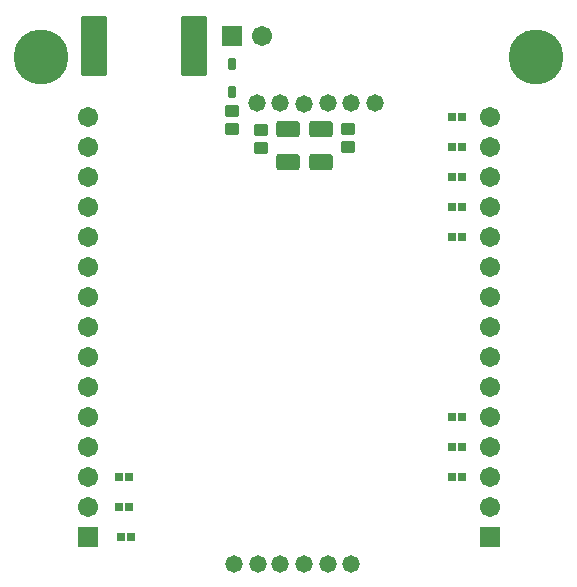
<source format=gts>
%FSLAX25Y25*%
%MOIN*%
G70*
G01*
G75*
G04 Layer_Color=8388736*
%ADD10C,0.03937*%
G04:AMPARAMS|DCode=11|XSize=19.69mil|YSize=31.5mil|CornerRadius=0.98mil|HoleSize=0mil|Usage=FLASHONLY|Rotation=180.000|XOffset=0mil|YOffset=0mil|HoleType=Round|Shape=RoundedRectangle|*
%AMROUNDEDRECTD11*
21,1,0.01969,0.02953,0,0,180.0*
21,1,0.01772,0.03150,0,0,180.0*
1,1,0.00197,-0.00886,0.01476*
1,1,0.00197,0.00886,0.01476*
1,1,0.00197,0.00886,-0.01476*
1,1,0.00197,-0.00886,-0.01476*
%
%ADD11ROUNDEDRECTD11*%
G04:AMPARAMS|DCode=12|XSize=35.43mil|YSize=39.37mil|CornerRadius=1.77mil|HoleSize=0mil|Usage=FLASHONLY|Rotation=270.000|XOffset=0mil|YOffset=0mil|HoleType=Round|Shape=RoundedRectangle|*
%AMROUNDEDRECTD12*
21,1,0.03543,0.03583,0,0,270.0*
21,1,0.03189,0.03937,0,0,270.0*
1,1,0.00354,-0.01791,-0.01595*
1,1,0.00354,-0.01791,0.01595*
1,1,0.00354,0.01791,0.01595*
1,1,0.00354,0.01791,-0.01595*
%
%ADD12ROUNDEDRECTD12*%
G04:AMPARAMS|DCode=13|XSize=19.69mil|YSize=23.62mil|CornerRadius=0.98mil|HoleSize=0mil|Usage=FLASHONLY|Rotation=0.000|XOffset=0mil|YOffset=0mil|HoleType=Round|Shape=RoundedRectangle|*
%AMROUNDEDRECTD13*
21,1,0.01969,0.02165,0,0,0.0*
21,1,0.01772,0.02362,0,0,0.0*
1,1,0.00197,0.00886,-0.01083*
1,1,0.00197,-0.00886,-0.01083*
1,1,0.00197,-0.00886,0.01083*
1,1,0.00197,0.00886,0.01083*
%
%ADD13ROUNDEDRECTD13*%
G04:AMPARAMS|DCode=14|XSize=47.24mil|YSize=70.87mil|CornerRadius=4.72mil|HoleSize=0mil|Usage=FLASHONLY|Rotation=270.000|XOffset=0mil|YOffset=0mil|HoleType=Round|Shape=RoundedRectangle|*
%AMROUNDEDRECTD14*
21,1,0.04724,0.06142,0,0,270.0*
21,1,0.03780,0.07087,0,0,270.0*
1,1,0.00945,-0.03071,-0.01890*
1,1,0.00945,-0.03071,0.01890*
1,1,0.00945,0.03071,0.01890*
1,1,0.00945,0.03071,-0.01890*
%
%ADD14ROUNDEDRECTD14*%
G04:AMPARAMS|DCode=15|XSize=196.85mil|YSize=78.74mil|CornerRadius=3.94mil|HoleSize=0mil|Usage=FLASHONLY|Rotation=270.000|XOffset=0mil|YOffset=0mil|HoleType=Round|Shape=RoundedRectangle|*
%AMROUNDEDRECTD15*
21,1,0.19685,0.07087,0,0,270.0*
21,1,0.18898,0.07874,0,0,270.0*
1,1,0.00787,-0.03543,-0.09449*
1,1,0.00787,-0.03543,0.09449*
1,1,0.00787,0.03543,0.09449*
1,1,0.00787,0.03543,-0.09449*
%
%ADD15ROUNDEDRECTD15*%
%ADD16C,0.01969*%
%ADD17R,0.05906X0.05906*%
%ADD18C,0.05906*%
%ADD19R,0.05906X0.05906*%
%ADD20C,0.17500*%
%ADD21C,0.05000*%
G04:AMPARAMS|DCode=22|XSize=196.85mil|YSize=39.37mil|CornerRadius=1.97mil|HoleSize=0mil|Usage=FLASHONLY|Rotation=270.000|XOffset=0mil|YOffset=0mil|HoleType=Round|Shape=RoundedRectangle|*
%AMROUNDEDRECTD22*
21,1,0.19685,0.03543,0,0,270.0*
21,1,0.19291,0.03937,0,0,270.0*
1,1,0.00394,-0.01772,-0.09646*
1,1,0.00394,-0.01772,0.09646*
1,1,0.00394,0.01772,0.09646*
1,1,0.00394,0.01772,-0.09646*
%
%ADD22ROUNDEDRECTD22*%
G04:AMPARAMS|DCode=23|XSize=118.11mil|YSize=59.06mil|CornerRadius=2.95mil|HoleSize=0mil|Usage=FLASHONLY|Rotation=270.000|XOffset=0mil|YOffset=0mil|HoleType=Round|Shape=RoundedRectangle|*
%AMROUNDEDRECTD23*
21,1,0.11811,0.05315,0,0,270.0*
21,1,0.11221,0.05906,0,0,270.0*
1,1,0.00591,-0.02658,-0.05610*
1,1,0.00591,-0.02658,0.05610*
1,1,0.00591,0.02658,0.05610*
1,1,0.00591,0.02658,-0.05610*
%
%ADD23ROUNDEDRECTD23*%
%ADD24C,0.01575*%
%ADD25C,0.00787*%
%ADD26C,0.00394*%
%ADD27C,0.00492*%
%ADD28C,0.00100*%
%ADD29C,0.01000*%
G04:AMPARAMS|DCode=30|XSize=27.56mil|YSize=39.37mil|CornerRadius=4.92mil|HoleSize=0mil|Usage=FLASHONLY|Rotation=180.000|XOffset=0mil|YOffset=0mil|HoleType=Round|Shape=RoundedRectangle|*
%AMROUNDEDRECTD30*
21,1,0.02756,0.02953,0,0,180.0*
21,1,0.01772,0.03937,0,0,180.0*
1,1,0.00984,-0.00886,0.01476*
1,1,0.00984,0.00886,0.01476*
1,1,0.00984,0.00886,-0.01476*
1,1,0.00984,-0.00886,-0.01476*
%
%ADD30ROUNDEDRECTD30*%
G04:AMPARAMS|DCode=31|XSize=41.34mil|YSize=45.28mil|CornerRadius=4.72mil|HoleSize=0mil|Usage=FLASHONLY|Rotation=270.000|XOffset=0mil|YOffset=0mil|HoleType=Round|Shape=RoundedRectangle|*
%AMROUNDEDRECTD31*
21,1,0.04134,0.03583,0,0,270.0*
21,1,0.03189,0.04528,0,0,270.0*
1,1,0.00945,-0.01791,-0.01595*
1,1,0.00945,-0.01791,0.01595*
1,1,0.00945,0.01791,0.01595*
1,1,0.00945,0.01791,-0.01595*
%
%ADD31ROUNDEDRECTD31*%
G04:AMPARAMS|DCode=32|XSize=25.59mil|YSize=29.53mil|CornerRadius=3.94mil|HoleSize=0mil|Usage=FLASHONLY|Rotation=0.000|XOffset=0mil|YOffset=0mil|HoleType=Round|Shape=RoundedRectangle|*
%AMROUNDEDRECTD32*
21,1,0.02559,0.02165,0,0,0.0*
21,1,0.01772,0.02953,0,0,0.0*
1,1,0.00787,0.00886,-0.01083*
1,1,0.00787,-0.00886,-0.01083*
1,1,0.00787,-0.00886,0.01083*
1,1,0.00787,0.00886,0.01083*
%
%ADD32ROUNDEDRECTD32*%
G04:AMPARAMS|DCode=33|XSize=53.15mil|YSize=76.77mil|CornerRadius=7.68mil|HoleSize=0mil|Usage=FLASHONLY|Rotation=270.000|XOffset=0mil|YOffset=0mil|HoleType=Round|Shape=RoundedRectangle|*
%AMROUNDEDRECTD33*
21,1,0.05315,0.06142,0,0,270.0*
21,1,0.03780,0.07677,0,0,270.0*
1,1,0.01535,-0.03071,-0.01890*
1,1,0.01535,-0.03071,0.01890*
1,1,0.01535,0.03071,0.01890*
1,1,0.01535,0.03071,-0.01890*
%
%ADD33ROUNDEDRECTD33*%
G04:AMPARAMS|DCode=34|XSize=202.76mil|YSize=84.65mil|CornerRadius=6.89mil|HoleSize=0mil|Usage=FLASHONLY|Rotation=270.000|XOffset=0mil|YOffset=0mil|HoleType=Round|Shape=RoundedRectangle|*
%AMROUNDEDRECTD34*
21,1,0.20276,0.07087,0,0,270.0*
21,1,0.18898,0.08465,0,0,270.0*
1,1,0.01378,-0.03543,-0.09449*
1,1,0.01378,-0.03543,0.09449*
1,1,0.01378,0.03543,0.09449*
1,1,0.01378,0.03543,-0.09449*
%
%ADD34ROUNDEDRECTD34*%
%ADD35R,0.06706X0.06706*%
%ADD36C,0.06706*%
%ADD37R,0.06706X0.06706*%
%ADD38C,0.18300*%
%ADD39C,0.05800*%
D30*
X80000Y169276D02*
D03*
Y178724D02*
D03*
D31*
Y163000D02*
D03*
Y157000D02*
D03*
X118500Y151000D02*
D03*
Y157000D02*
D03*
X89700Y150800D02*
D03*
Y156800D02*
D03*
D32*
X42327Y41098D02*
D03*
X45673D02*
D03*
X42327Y31098D02*
D03*
X45673D02*
D03*
X42727Y21098D02*
D03*
X46073D02*
D03*
X156673Y61098D02*
D03*
X153327D02*
D03*
X156673Y51098D02*
D03*
X153327D02*
D03*
X156673Y41098D02*
D03*
X153327D02*
D03*
X156673Y161098D02*
D03*
X153327D02*
D03*
X156673Y151098D02*
D03*
X153327D02*
D03*
X156673Y141098D02*
D03*
X153327D02*
D03*
X156673Y131098D02*
D03*
X153327D02*
D03*
X156673Y121098D02*
D03*
X153327D02*
D03*
D33*
X98500Y157012D02*
D03*
Y145988D02*
D03*
X109500Y157012D02*
D03*
Y145988D02*
D03*
D34*
X67232Y184689D02*
D03*
X33768D02*
D03*
D35*
X80000Y188000D02*
D03*
D36*
X90000D02*
D03*
X166000Y31100D02*
D03*
Y41100D02*
D03*
Y51100D02*
D03*
Y61100D02*
D03*
Y71100D02*
D03*
Y81100D02*
D03*
Y91100D02*
D03*
Y101100D02*
D03*
Y111100D02*
D03*
Y121100D02*
D03*
Y131100D02*
D03*
Y141100D02*
D03*
Y151100D02*
D03*
Y161100D02*
D03*
X32000Y161098D02*
D03*
Y151098D02*
D03*
Y141098D02*
D03*
Y131098D02*
D03*
Y121098D02*
D03*
Y111098D02*
D03*
Y101098D02*
D03*
Y91098D02*
D03*
Y81098D02*
D03*
Y71098D02*
D03*
Y61098D02*
D03*
Y51098D02*
D03*
Y41098D02*
D03*
Y31098D02*
D03*
D37*
X166000Y21100D02*
D03*
X32000Y21098D02*
D03*
D38*
X181290Y181088D02*
D03*
X16290D02*
D03*
D39*
X80500Y12000D02*
D03*
X88500D02*
D03*
X96000D02*
D03*
X119500D02*
D03*
X112000D02*
D03*
X104000D02*
D03*
X103937Y165463D02*
D03*
X88189Y165811D02*
D03*
X119685D02*
D03*
X127559D02*
D03*
X96000D02*
D03*
X112000D02*
D03*
M02*

</source>
